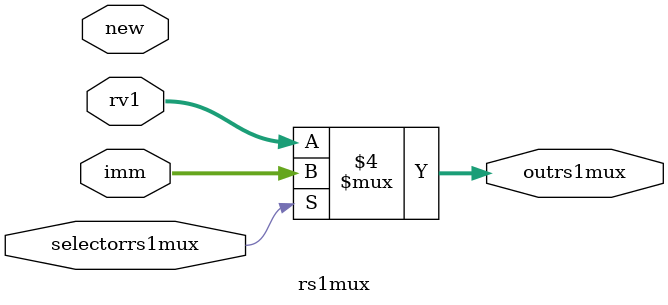
<source format=v>
`timescale 1ns / 1ps
module rs1mux( selectorrs1mux,rv1,imm,outrs1mux,new
    );
input wire selectorrs1mux,new;
input wire [31:0] rv1;
input wire [31:0] imm;
output reg [31:0] outrs1mux;

always@(selectorrs1mux or rv1 or imm or new) begin
if (selectorrs1mux==0)
outrs1mux<=rv1;
else 
outrs1mux<=imm;
end


endmodule

</source>
